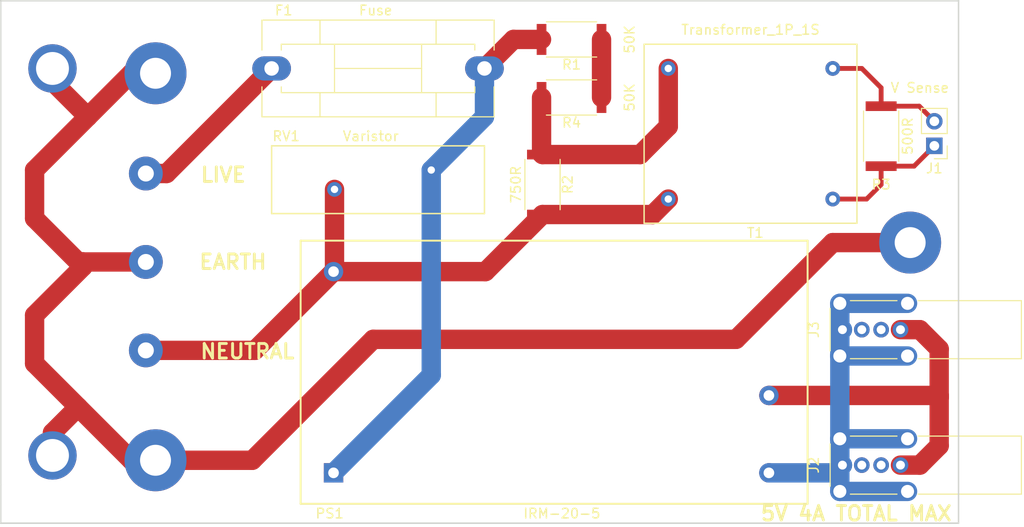
<source format=kicad_pcb>
(kicad_pcb (version 4) (host pcbnew 4.0.7)

  (general
    (links 30)
    (no_connects 0)
    (area 53.924999 49.924999 153.075001 104.075001)
    (thickness 1.6)
    (drawings 9)
    (tracks 77)
    (zones 0)
    (modules 15)
    (nets 15)
  )

  (page A4)
  (layers
    (0 F.Cu signal)
    (31 B.Cu signal)
    (32 B.Adhes user)
    (33 F.Adhes user)
    (34 B.Paste user)
    (35 F.Paste user)
    (36 B.SilkS user)
    (37 F.SilkS user)
    (38 B.Mask user)
    (39 F.Mask user)
    (40 Dwgs.User user)
    (41 Cmts.User user)
    (42 Eco1.User user)
    (43 Eco2.User user)
    (44 Edge.Cuts user)
    (45 Margin user)
    (46 B.CrtYd user)
    (47 F.CrtYd user)
    (48 B.Fab user)
    (49 F.Fab user)
  )

  (setup
    (last_trace_width 0.5)
    (trace_clearance 0.2)
    (zone_clearance 0.508)
    (zone_45_only no)
    (trace_min 0.2)
    (segment_width 0.2)
    (edge_width 0.15)
    (via_size 0.6)
    (via_drill 0.4)
    (via_min_size 0.4)
    (via_min_drill 0.3)
    (uvia_size 0.3)
    (uvia_drill 0.1)
    (uvias_allowed no)
    (uvia_min_size 0.2)
    (uvia_min_drill 0.1)
    (pcb_text_width 0.3)
    (pcb_text_size 1.5 1.5)
    (mod_edge_width 0.15)
    (mod_text_size 1 1)
    (mod_text_width 0.15)
    (pad_size 5 5)
    (pad_drill 3.4)
    (pad_to_mask_clearance 0.2)
    (aux_axis_origin 0 0)
    (visible_elements 7FFFFFFF)
    (pcbplotparams
      (layerselection 0x010f0_80000001)
      (usegerberextensions false)
      (excludeedgelayer true)
      (linewidth 0.100000)
      (plotframeref false)
      (viasonmask false)
      (mode 1)
      (useauxorigin false)
      (hpglpennumber 1)
      (hpglpenspeed 20)
      (hpglpendiameter 15)
      (hpglpenoverlay 2)
      (psnegative false)
      (psa4output false)
      (plotreference true)
      (plotvalue true)
      (plotinvisibletext false)
      (padsonsilk false)
      (subtractmaskfromsilk false)
      (outputformat 1)
      (mirror false)
      (drillshape 0)
      (scaleselection 1)
      (outputdirectory Gerbers/))
  )

  (net 0 "")
  (net 1 "Net-(F1-Pad2)")
  (net 2 /SAFE_L)
  (net 3 "Net-(J1-Pad1)")
  (net 4 "Net-(J1-Pad2)")
  (net 5 +5V)
  (net 6 "Net-(J2-Pad2)")
  (net 7 "Net-(J2-Pad3)")
  (net 8 GND)
  (net 9 "Net-(J3-Pad2)")
  (net 10 "Net-(J3-Pad3)")
  (net 11 "Net-(P1-Pad3)")
  (net 12 /SAFE_N)
  (net 13 "Net-(R1-Pad1)")
  (net 14 "Net-(R2-Pad1)")

  (net_class Default "This is the default net class."
    (clearance 0.2)
    (trace_width 0.5)
    (via_dia 0.6)
    (via_drill 0.4)
    (uvia_dia 0.3)
    (uvia_drill 0.1)
    (add_net "Net-(J1-Pad1)")
    (add_net "Net-(J1-Pad2)")
  )

  (net_class MAINS ""
    (clearance 1)
    (trace_width 2)
    (via_dia 0.6)
    (via_drill 0.4)
    (uvia_dia 0.3)
    (uvia_drill 0.1)
    (add_net /SAFE_L)
    (add_net /SAFE_N)
    (add_net "Net-(F1-Pad2)")
    (add_net "Net-(P1-Pad3)")
    (add_net "Net-(R1-Pad1)")
    (add_net "Net-(R2-Pad1)")
  )

  (net_class POWER ""
    (clearance 0.1)
    (trace_width 2)
    (via_dia 0.6)
    (via_drill 0.4)
    (uvia_dia 0.3)
    (uvia_drill 0.1)
    (add_net +5V)
    (add_net GND)
  )

  (net_class ZeroClear ""
    (clearance 0)
    (trace_width 0.5)
    (via_dia 0.6)
    (via_drill 0.4)
    (uvia_dia 0.3)
    (uvia_drill 0.1)
    (add_net "Net-(J2-Pad2)")
    (add_net "Net-(J2-Pad3)")
    (add_net "Net-(J3-Pad2)")
    (add_net "Net-(J3-Pad3)")
  )

  (module Voltage_Transformer:PA3000NL (layer F.Cu) (tedit 5B844011) (tstamp 5B843BDA)
    (at 123 57)
    (path /5B842A7D)
    (fp_text reference T1 (at 9 17) (layer F.SilkS)
      (effects (font (size 1 1) (thickness 0.15)))
    )
    (fp_text value Transformer_1P_1S (at 8.5 -4) (layer F.SilkS)
      (effects (font (size 1 1) (thickness 0.15)))
    )
    (fp_line (start -2.5 -2.5) (end 19.5 -2.5) (layer F.SilkS) (width 0.15))
    (fp_line (start 19.5 -2.5) (end 19.5 16) (layer F.SilkS) (width 0.15))
    (fp_line (start 19.5 16) (end -2.5 16) (layer F.SilkS) (width 0.15))
    (fp_line (start -2.5 16) (end -2.5 -2.5) (layer F.SilkS) (width 0.15))
    (pad 1 thru_hole circle (at 0 0) (size 1.524 1.524) (drill 0.762) (layers *.Cu *.Mask)
      (net 14 "Net-(R2-Pad1)"))
    (pad 2 thru_hole circle (at 0 13.5) (size 1.524 1.524) (drill 0.762) (layers *.Cu *.Mask)
      (net 12 /SAFE_N))
    (pad 3 thru_hole circle (at 17 0) (size 1.524 1.524) (drill 0.762) (layers *.Cu *.Mask)
      (net 4 "Net-(J1-Pad2)"))
    (pad 4 thru_hole circle (at 17 13.5) (size 1.524 1.524) (drill 0.762) (layers *.Cu *.Mask)
      (net 3 "Net-(J1-Pad1)"))
  )

  (module Mounting_Holes:MountingHole_3.2mm_M3_Pad (layer F.Cu) (tedit 5B8441CB) (tstamp 5B8441AE)
    (at 70 97.5)
    (descr "Mounting Hole 3.2mm, M3")
    (tags "mounting hole 3.2mm m3")
    (attr virtual)
    (fp_text reference REF** (at 0 -4.2) (layer F.SilkS) hide
      (effects (font (size 1 1) (thickness 0.15)))
    )
    (fp_text value MH1 (at 0 4.2) (layer F.Fab)
      (effects (font (size 1 1) (thickness 0.15)))
    )
    (fp_text user %R (at 0.3 0) (layer F.Fab)
      (effects (font (size 1 1) (thickness 0.15)))
    )
    (fp_circle (center 0 0) (end 3.2 0) (layer Cmts.User) (width 0.15))
    (fp_circle (center 0 0) (end 3.45 0) (layer F.CrtYd) (width 0.05))
    (pad 1 thru_hole circle (at 0 0) (size 6.4 6.4) (drill 3.2) (layers *.Cu *.Mask)
      (net 11 "Net-(P1-Pad3)"))
  )

  (module Mounting_Holes:MountingHole_3.2mm_M3_Pad (layer F.Cu) (tedit 5B8441D1) (tstamp 5B8441A7)
    (at 70 57.5)
    (descr "Mounting Hole 3.2mm, M3")
    (tags "mounting hole 3.2mm m3")
    (attr virtual)
    (fp_text reference REF** (at 0 -4.2) (layer F.SilkS) hide
      (effects (font (size 1 1) (thickness 0.15)))
    )
    (fp_text value MH1 (at 0 4.2) (layer F.Fab)
      (effects (font (size 1 1) (thickness 0.15)))
    )
    (fp_text user %R (at 0.3 0) (layer F.Fab)
      (effects (font (size 1 1) (thickness 0.15)))
    )
    (fp_circle (center 0 0) (end 3.2 0) (layer Cmts.User) (width 0.15))
    (fp_circle (center 0 0) (end 3.45 0) (layer F.CrtYd) (width 0.05))
    (pad 1 thru_hole circle (at 0 0) (size 6.4 6.4) (drill 3.2) (layers *.Cu *.Mask)
      (net 11 "Net-(P1-Pad3)"))
  )

  (module IRM-20-5:IRM-20-5 (layer F.Cu) (tedit 5B8440B3) (tstamp 5B842374)
    (at 85 102)
    (path /5B84209E)
    (fp_text reference PS1 (at 3 1) (layer F.SilkS)
      (effects (font (size 1 1) (thickness 0.15)))
    )
    (fp_text value IRM-20-5 (at 27 1) (layer F.SilkS)
      (effects (font (size 1 1) (thickness 0.15)))
    )
    (fp_line (start 52.4 -27.2) (end 52.4 0) (layer F.SilkS) (width 0.2))
    (fp_line (start 52.4 0) (end 0 0) (layer F.SilkS) (width 0.2))
    (fp_line (start 0 0) (end 0 -27.2) (layer F.SilkS) (width 0.2))
    (fp_line (start 0 -27.2) (end 52.4 -27.2) (layer F.SilkS) (width 0.2))
    (pad 4 thru_hole circle (at 48.4 -11.2 270) (size 2 2) (drill 1.1) (layers *.Cu *.Mask)
      (net 5 +5V))
    (pad 3 thru_hole circle (at 48.4 -3.2 270) (size 2 2) (drill 1.1) (layers *.Cu *.Mask)
      (net 8 GND))
    (pad 2 thru_hole circle (at 3.4 -24 270) (size 2 2) (drill 1.1) (layers *.Cu *.Mask)
      (net 12 /SAFE_N))
    (pad 1 thru_hole rect (at 3.4 -3.2 270) (size 2 2) (drill 1.1) (layers *.Cu *.Mask)
      (net 2 /SAFE_L))
  )

  (module Fuse_Holders_and_Fuses:Fuseholder5x20_horiz_SemiClosed_Casing10x25mm (layer F.Cu) (tedit 5B84400D) (tstamp 5B843536)
    (at 104 57 180)
    (descr "Fuseholder, 5x20, Semi closed, horizontal, Casing 10x25mm,")
    (tags "Fuseholder 5x20 Semi closed horizontal Casing 10x25mm Sicherungshalter halbgeschlossen ")
    (path /5B842597)
    (fp_text reference F1 (at 20.75 6 180) (layer F.SilkS)
      (effects (font (size 1 1) (thickness 0.15)))
    )
    (fp_text value Fuse (at 11.25 6 180) (layer F.SilkS)
      (effects (font (size 1 1) (thickness 0.15)))
    )
    (fp_line (start 5 2.5) (end 5 4.9) (layer F.Fab) (width 0.1))
    (fp_line (start 17 -2.5) (end 17 -4.9) (layer F.Fab) (width 0.1))
    (fp_line (start 17 2.5) (end 17 4.95) (layer F.Fab) (width 0.1))
    (fp_line (start 15.5 -2.5) (end 15.5 2.5) (layer F.Fab) (width 0.1))
    (fp_line (start 6.5 0) (end 15.5 0) (layer F.Fab) (width 0.1))
    (fp_line (start 6.5 -2.5) (end 6.5 2.5) (layer F.Fab) (width 0.1))
    (fp_line (start 5 -4.9) (end 5 -2.5) (layer F.Fab) (width 0.1))
    (fp_line (start 1 -2.5) (end 1 2.5) (layer F.Fab) (width 0.1))
    (fp_line (start 1 2.5) (end 21 2.5) (layer F.Fab) (width 0.1))
    (fp_line (start 21 2.5) (end 21 -2.5) (layer F.Fab) (width 0.1))
    (fp_line (start 21 -2.5) (end 1 -2.5) (layer F.Fab) (width 0.1))
    (fp_line (start -0.9 -4.9) (end -0.9 4.9) (layer F.Fab) (width 0.1))
    (fp_line (start -0.9 4.9) (end 22.9 4.9) (layer F.Fab) (width 0.1))
    (fp_line (start 22.9 4.9) (end 22.9 -4.9) (layer F.Fab) (width 0.1))
    (fp_line (start 22.9 -4.9) (end -0.9 -4.9) (layer F.Fab) (width 0.1))
    (fp_line (start 5 -2.5) (end 5 -5) (layer F.SilkS) (width 0.12))
    (fp_line (start 5 5) (end 5 2.5) (layer F.SilkS) (width 0.12))
    (fp_line (start 17 5) (end 17 2.5) (layer F.SilkS) (width 0.12))
    (fp_line (start 17 -5) (end 17 -2.5) (layer F.SilkS) (width 0.12))
    (fp_line (start 6.5 0) (end 15.5 0) (layer F.SilkS) (width 0.12))
    (fp_line (start 6.5 -2.5) (end 6.5 2.5) (layer F.SilkS) (width 0.12))
    (fp_line (start 15.5 -2.5) (end 15.5 2.5) (layer F.SilkS) (width 0.12))
    (fp_line (start 21 -1.9) (end 21 -2.5) (layer F.SilkS) (width 0.12))
    (fp_line (start 1 1.9) (end 1 2.5) (layer F.SilkS) (width 0.12))
    (fp_line (start 1 2.5) (end 21 2.5) (layer F.SilkS) (width 0.12))
    (fp_line (start 21 2.5) (end 21 1.9) (layer F.SilkS) (width 0.12))
    (fp_line (start 21 -2.5) (end 1 -2.5) (layer F.SilkS) (width 0.12))
    (fp_line (start 1 -2.5) (end 1 -1.9) (layer F.SilkS) (width 0.12))
    (fp_line (start 23 -1.9) (end 23 -5) (layer F.SilkS) (width 0.12))
    (fp_line (start -1 1.9) (end -1 5) (layer F.SilkS) (width 0.12))
    (fp_line (start -1 5) (end 23 5) (layer F.SilkS) (width 0.12))
    (fp_line (start 23 5) (end 23 1.9) (layer F.SilkS) (width 0.12))
    (fp_line (start 23 -5) (end -1 -5) (layer F.SilkS) (width 0.12))
    (fp_line (start -1 -5) (end -1 -1.9) (layer F.SilkS) (width 0.12))
    (fp_line (start -1.5 -5.15) (end 23.5 -5.15) (layer F.CrtYd) (width 0.05))
    (fp_line (start -1.5 -5.15) (end -1.5 5.2) (layer F.CrtYd) (width 0.05))
    (fp_line (start 23.5 5.2) (end 23.5 -5.15) (layer F.CrtYd) (width 0.05))
    (fp_line (start 23.5 5.2) (end -1.5 5.2) (layer F.CrtYd) (width 0.05))
    (pad 2 thru_hole oval (at 22 0 90) (size 2.5 4) (drill 1.5) (layers *.Cu *.Mask)
      (net 1 "Net-(F1-Pad2)"))
    (pad 1 thru_hole oval (at 0 0 90) (size 2.5 4) (drill 1.5) (layers *.Cu *.Mask)
      (net 2 /SAFE_L))
  )

  (module Pin_Headers:Pin_Header_Straight_1x02_Pitch2.54mm (layer F.Cu) (tedit 5B845039) (tstamp 5B84353C)
    (at 150.5 65 180)
    (descr "Through hole straight pin header, 1x02, 2.54mm pitch, single row")
    (tags "Through hole pin header THT 1x02 2.54mm single row")
    (path /5B8432B0)
    (fp_text reference J1 (at 0 -2.33 180) (layer F.SilkS)
      (effects (font (size 1 1) (thickness 0.15)))
    )
    (fp_text value "V Sense" (at 1.5 6 180) (layer F.SilkS)
      (effects (font (size 1 1) (thickness 0.15)))
    )
    (fp_line (start -0.635 -1.27) (end 1.27 -1.27) (layer F.Fab) (width 0.1))
    (fp_line (start 1.27 -1.27) (end 1.27 3.81) (layer F.Fab) (width 0.1))
    (fp_line (start 1.27 3.81) (end -1.27 3.81) (layer F.Fab) (width 0.1))
    (fp_line (start -1.27 3.81) (end -1.27 -0.635) (layer F.Fab) (width 0.1))
    (fp_line (start -1.27 -0.635) (end -0.635 -1.27) (layer F.Fab) (width 0.1))
    (fp_line (start -1.33 3.87) (end 1.33 3.87) (layer F.SilkS) (width 0.12))
    (fp_line (start -1.33 1.27) (end -1.33 3.87) (layer F.SilkS) (width 0.12))
    (fp_line (start 1.33 1.27) (end 1.33 3.87) (layer F.SilkS) (width 0.12))
    (fp_line (start -1.33 1.27) (end 1.33 1.27) (layer F.SilkS) (width 0.12))
    (fp_line (start -1.33 0) (end -1.33 -1.33) (layer F.SilkS) (width 0.12))
    (fp_line (start -1.33 -1.33) (end 0 -1.33) (layer F.SilkS) (width 0.12))
    (fp_line (start -1.8 -1.8) (end -1.8 4.35) (layer F.CrtYd) (width 0.05))
    (fp_line (start -1.8 4.35) (end 1.8 4.35) (layer F.CrtYd) (width 0.05))
    (fp_line (start 1.8 4.35) (end 1.8 -1.8) (layer F.CrtYd) (width 0.05))
    (fp_line (start 1.8 -1.8) (end -1.8 -1.8) (layer F.CrtYd) (width 0.05))
    (fp_text user %R (at 0 1.27 270) (layer F.Fab)
      (effects (font (size 1 1) (thickness 0.15)))
    )
    (pad 1 thru_hole rect (at 0 0 180) (size 1.7 1.7) (drill 1) (layers *.Cu *.Mask)
      (net 3 "Net-(J1-Pad1)"))
    (pad 2 thru_hole oval (at 0 2.54 180) (size 1.7 1.7) (drill 1) (layers *.Cu *.Mask)
      (net 4 "Net-(J1-Pad2)"))
    (model ${KISYS3DMOD}/Pin_Headers.3dshapes/Pin_Header_Straight_1x02_Pitch2.54mm.wrl
      (at (xyz 0 0 0))
      (scale (xyz 1 1 1))
      (rotate (xyz 0 0 0))
    )
  )

  (module Connectors:USB_A_Vertical (layer F.Cu) (tedit 554409CC) (tstamp 5B843548)
    (at 147 98 270)
    (descr "USB A vertical female connector, right angle")
    (tags "USB_A_Vertical female connector angled 73725-0110BLF")
    (path /5B8431DF)
    (fp_text reference J2 (at 0 8.95 270) (layer F.SilkS)
      (effects (font (size 1 1) (thickness 0.15)))
    )
    (fp_text value USB_A (at -0.05 -5.8 270) (layer F.Fab)
      (effects (font (size 1 1) (thickness 0.15)))
    )
    (fp_line (start 3.9 -12.75) (end 3.9 7.55) (layer F.CrtYd) (width 0.05))
    (fp_line (start 3.9 7.55) (end -3.9 7.55) (layer F.CrtYd) (width 0.05))
    (fp_line (start -3.9 7.55) (end -3.9 -12.75) (layer F.CrtYd) (width 0.05))
    (fp_line (start -3.9 -12.75) (end 3.9 -12.75) (layer F.CrtYd) (width 0.05))
    (fp_line (start 3 -1.82) (end 3 -12.5) (layer F.SilkS) (width 0.12))
    (fp_line (start -3 -1.82) (end -3 -12.5) (layer F.SilkS) (width 0.12))
    (fp_line (start -3 -12.5) (end 3 -12.5) (layer F.SilkS) (width 0.12))
    (fp_line (start -3 0.36) (end -3 5.18) (layer F.SilkS) (width 0.12))
    (fp_line (start 2.2 7.27) (end -2.2 7.27) (layer F.SilkS) (width 0.12))
    (fp_line (start 3 0.36) (end 3 5.18) (layer F.SilkS) (width 0.12))
    (pad 1 thru_hole circle (at 0 0 270) (size 1.62 1.62) (drill 0.92) (layers *.Cu *.Mask)
      (net 5 +5V))
    (pad 2 thru_hole circle (at 0 2 270) (size 1.62 1.62) (drill 0.92) (layers *.Cu *.Mask)
      (net 6 "Net-(J2-Pad2)"))
    (pad 3 thru_hole circle (at 0 4 270) (size 1.62 1.62) (drill 0.92) (layers *.Cu *.Mask)
      (net 7 "Net-(J2-Pad3)"))
    (pad 5 thru_hole circle (at 2.72 -0.73 270) (size 1.85 1.85) (drill 1.35) (layers *.Cu *.Mask)
      (net 8 GND))
    (pad 4 thru_hole circle (at 0 6 270) (size 1.62 1.62) (drill 0.92) (layers *.Cu *.Mask)
      (net 8 GND))
    (pad 5 thru_hole circle (at 2.72 6.27 270) (size 1.85 1.85) (drill 1.35) (layers *.Cu *.Mask)
      (net 8 GND))
    (pad 5 thru_hole circle (at -2.72 -0.73 270) (size 1.85 1.85) (drill 1.35) (layers *.Cu *.Mask)
      (net 8 GND))
    (pad 5 thru_hole circle (at -2.72 6.27 270) (size 1.85 1.85) (drill 1.35) (layers *.Cu *.Mask)
      (net 8 GND))
    (model ${KISYS3DMOD}/Connectors.3dshapes/USB_A_Vertical.wrl
      (at (xyz 0.01 -0.02 0.05))
      (scale (xyz 0.41 0.41 0.41))
      (rotate (xyz 0 -90 180))
    )
  )

  (module Connectors:USB_A_Vertical (layer F.Cu) (tedit 554409CC) (tstamp 5B843554)
    (at 147 84 270)
    (descr "USB A vertical female connector, right angle")
    (tags "USB_A_Vertical female connector angled 73725-0110BLF")
    (path /5B84325C)
    (fp_text reference J3 (at 0 8.95 270) (layer F.SilkS)
      (effects (font (size 1 1) (thickness 0.15)))
    )
    (fp_text value USB_A (at -0.05 -5.8 270) (layer F.Fab)
      (effects (font (size 1 1) (thickness 0.15)))
    )
    (fp_line (start 3.9 -12.75) (end 3.9 7.55) (layer F.CrtYd) (width 0.05))
    (fp_line (start 3.9 7.55) (end -3.9 7.55) (layer F.CrtYd) (width 0.05))
    (fp_line (start -3.9 7.55) (end -3.9 -12.75) (layer F.CrtYd) (width 0.05))
    (fp_line (start -3.9 -12.75) (end 3.9 -12.75) (layer F.CrtYd) (width 0.05))
    (fp_line (start 3 -1.82) (end 3 -12.5) (layer F.SilkS) (width 0.12))
    (fp_line (start -3 -1.82) (end -3 -12.5) (layer F.SilkS) (width 0.12))
    (fp_line (start -3 -12.5) (end 3 -12.5) (layer F.SilkS) (width 0.12))
    (fp_line (start -3 0.36) (end -3 5.18) (layer F.SilkS) (width 0.12))
    (fp_line (start 2.2 7.27) (end -2.2 7.27) (layer F.SilkS) (width 0.12))
    (fp_line (start 3 0.36) (end 3 5.18) (layer F.SilkS) (width 0.12))
    (pad 1 thru_hole circle (at 0 0 270) (size 1.62 1.62) (drill 0.92) (layers *.Cu *.Mask)
      (net 5 +5V))
    (pad 2 thru_hole circle (at 0 2 270) (size 1.62 1.62) (drill 0.92) (layers *.Cu *.Mask)
      (net 9 "Net-(J3-Pad2)"))
    (pad 3 thru_hole circle (at 0 4 270) (size 1.62 1.62) (drill 0.92) (layers *.Cu *.Mask)
      (net 10 "Net-(J3-Pad3)"))
    (pad 5 thru_hole circle (at 2.72 -0.73 270) (size 1.85 1.85) (drill 1.35) (layers *.Cu *.Mask)
      (net 8 GND))
    (pad 4 thru_hole circle (at 0 6 270) (size 1.62 1.62) (drill 0.92) (layers *.Cu *.Mask)
      (net 8 GND))
    (pad 5 thru_hole circle (at 2.72 6.27 270) (size 1.85 1.85) (drill 1.35) (layers *.Cu *.Mask)
      (net 8 GND))
    (pad 5 thru_hole circle (at -2.72 -0.73 270) (size 1.85 1.85) (drill 1.35) (layers *.Cu *.Mask)
      (net 8 GND))
    (pad 5 thru_hole circle (at -2.72 6.27 270) (size 1.85 1.85) (drill 1.35) (layers *.Cu *.Mask)
      (net 8 GND))
    (model ${KISYS3DMOD}/Connectors.3dshapes/USB_A_Vertical.wrl
      (at (xyz 0.01 -0.02 0.05))
      (scale (xyz 0.41 0.41 0.41))
      (rotate (xyz 0 -90 180))
    )
  )

  (module IEC_CONN:PX0580 (layer F.Cu) (tedit 5B84507C) (tstamp 5B84355D)
    (at 69 77 90)
    (path /5B8438FC)
    (fp_text reference P1 (at -5 5 90) (layer F.SilkS) hide
      (effects (font (size 1 1) (thickness 0.15)))
    )
    (fp_text value Conn_WallPlug_Earth (at 0 -9.75 270) (layer F.Fab)
      (effects (font (size 1 1) (thickness 0.15)))
    )
    (pad 3 thru_hole circle (at 0 0 90) (size 3.5 3.5) (drill 1.65) (layers *.Cu *.Mask)
      (net 11 "Net-(P1-Pad3)"))
    (pad 2 thru_hole circle (at -9.14 0 90) (size 3.5 3.5) (drill 1.65) (layers *.Cu *.Mask)
      (net 12 /SAFE_N))
    (pad 1 thru_hole circle (at 9.14 0 90) (size 3.5 3.5) (drill 1.65) (layers *.Cu *.Mask)
      (net 1 "Net-(F1-Pad2)"))
    (pad "" thru_hole circle (at -20 -9.65 90) (size 5 5) (drill 3.4) (layers *.Cu *.Mask))
    (pad "" thru_hole circle (at 20 -9.65 90) (size 5 5) (drill 3.4) (layers *.Cu *.Mask))
  )

  (module ERZ:ERZ-V20D511 (layer F.Cu) (tedit 5B844017) (tstamp 5B843575)
    (at 104 65 180)
    (path /5B8428EC)
    (fp_text reference RV1 (at 20.5 1 180) (layer F.SilkS)
      (effects (font (size 1 1) (thickness 0.15)))
    )
    (fp_text value Varistor (at 11.75 1 180) (layer F.SilkS)
      (effects (font (size 1 1) (thickness 0.15)))
    )
    (fp_line (start 0 0) (end 22 0) (layer F.SilkS) (width 0.15))
    (fp_line (start 22 0) (end 22 -7) (layer F.SilkS) (width 0.15))
    (fp_line (start 22 -7) (end 0 -7) (layer F.SilkS) (width 0.15))
    (fp_line (start 0 -7) (end 0 0) (layer F.SilkS) (width 0.15))
    (pad 1 thru_hole circle (at 5.5 -2.5 180) (size 1.524 1.524) (drill 0.762) (layers *.Cu *.Mask)
      (net 2 /SAFE_L))
    (pad 2 thru_hole circle (at 15.5 -4.5 180) (size 1.524 1.524) (drill 0.762) (layers *.Cu *.Mask)
      (net 12 /SAFE_N))
  )

  (module Mounting_Holes:MountingHole_3.2mm_M3_Pad (layer F.Cu) (tedit 5B84420E) (tstamp 5B844284)
    (at 148 75)
    (descr "Mounting Hole 3.2mm, M3")
    (tags "mounting hole 3.2mm m3")
    (attr virtual)
    (fp_text reference REF** (at 0 -4.2) (layer F.SilkS) hide
      (effects (font (size 1 1) (thickness 0.15)))
    )
    (fp_text value MH1 (at 0 4.2) (layer F.Fab)
      (effects (font (size 1 1) (thickness 0.15)))
    )
    (fp_text user %R (at 0.3 0) (layer F.Fab)
      (effects (font (size 1 1) (thickness 0.15)))
    )
    (fp_circle (center 0 0) (end 3.2 0) (layer Cmts.User) (width 0.15))
    (fp_circle (center 0 0) (end 3.45 0) (layer F.CrtYd) (width 0.05))
    (pad 1 thru_hole circle (at 0 0) (size 6.4 6.4) (drill 3.2) (layers *.Cu *.Mask)
      (net 11 "Net-(P1-Pad3)"))
  )

  (module Resistors_SMD:R_2512 (layer F.Cu) (tedit 5B844F7F) (tstamp 5B844EFC)
    (at 113 60 180)
    (descr "Resistor SMD 2512, reflow soldering, Vishay (see dcrcw.pdf)")
    (tags "resistor 2512")
    (path /5B844EC2)
    (attr smd)
    (fp_text reference R4 (at 0 -2.6 180) (layer F.SilkS)
      (effects (font (size 1 1) (thickness 0.15)))
    )
    (fp_text value 50K (at -6 0 450) (layer F.SilkS)
      (effects (font (size 1 1) (thickness 0.15)))
    )
    (fp_text user %R (at 0 0 180) (layer F.Fab)
      (effects (font (size 1 1) (thickness 0.15)))
    )
    (fp_line (start -3.15 1.6) (end -3.15 -1.6) (layer F.Fab) (width 0.1))
    (fp_line (start 3.15 1.6) (end -3.15 1.6) (layer F.Fab) (width 0.1))
    (fp_line (start 3.15 -1.6) (end 3.15 1.6) (layer F.Fab) (width 0.1))
    (fp_line (start -3.15 -1.6) (end 3.15 -1.6) (layer F.Fab) (width 0.1))
    (fp_line (start 2.6 1.82) (end -2.6 1.82) (layer F.SilkS) (width 0.12))
    (fp_line (start -2.6 -1.82) (end 2.6 -1.82) (layer F.SilkS) (width 0.12))
    (fp_line (start -3.85 -1.85) (end 3.85 -1.85) (layer F.CrtYd) (width 0.05))
    (fp_line (start -3.85 -1.85) (end -3.85 1.85) (layer F.CrtYd) (width 0.05))
    (fp_line (start 3.85 1.85) (end 3.85 -1.85) (layer F.CrtYd) (width 0.05))
    (fp_line (start 3.85 1.85) (end -3.85 1.85) (layer F.CrtYd) (width 0.05))
    (pad 1 smd rect (at -3.1 0 180) (size 1 3.2) (layers F.Cu F.Paste F.Mask)
      (net 13 "Net-(R1-Pad1)"))
    (pad 2 smd rect (at 3.1 0 180) (size 1 3.2) (layers F.Cu F.Paste F.Mask)
      (net 14 "Net-(R2-Pad1)"))
    (model ${KISYS3DMOD}/Resistors_SMD.3dshapes/R_2512.wrl
      (at (xyz 0 0 0))
      (scale (xyz 1 1 1))
      (rotate (xyz 0 0 0))
    )
  )

  (module Resistors_SMD:R_2512 (layer F.Cu) (tedit 5B844F81) (tstamp 5B844F29)
    (at 113 54 180)
    (descr "Resistor SMD 2512, reflow soldering, Vishay (see dcrcw.pdf)")
    (tags "resistor 2512")
    (path /5B844F77)
    (attr smd)
    (fp_text reference R1 (at 0 -2.6 180) (layer F.SilkS)
      (effects (font (size 1 1) (thickness 0.15)))
    )
    (fp_text value 50K (at -6 0 270) (layer F.SilkS)
      (effects (font (size 1 1) (thickness 0.15)))
    )
    (fp_text user %R (at 0 0 180) (layer F.Fab)
      (effects (font (size 1 1) (thickness 0.15)))
    )
    (fp_line (start -3.15 1.6) (end -3.15 -1.6) (layer F.Fab) (width 0.1))
    (fp_line (start 3.15 1.6) (end -3.15 1.6) (layer F.Fab) (width 0.1))
    (fp_line (start 3.15 -1.6) (end 3.15 1.6) (layer F.Fab) (width 0.1))
    (fp_line (start -3.15 -1.6) (end 3.15 -1.6) (layer F.Fab) (width 0.1))
    (fp_line (start 2.6 1.82) (end -2.6 1.82) (layer F.SilkS) (width 0.12))
    (fp_line (start -2.6 -1.82) (end 2.6 -1.82) (layer F.SilkS) (width 0.12))
    (fp_line (start -3.85 -1.85) (end 3.85 -1.85) (layer F.CrtYd) (width 0.05))
    (fp_line (start -3.85 -1.85) (end -3.85 1.85) (layer F.CrtYd) (width 0.05))
    (fp_line (start 3.85 1.85) (end 3.85 -1.85) (layer F.CrtYd) (width 0.05))
    (fp_line (start 3.85 1.85) (end -3.85 1.85) (layer F.CrtYd) (width 0.05))
    (pad 1 smd rect (at -3.1 0 180) (size 1 3.2) (layers F.Cu F.Paste F.Mask)
      (net 13 "Net-(R1-Pad1)"))
    (pad 2 smd rect (at 3.1 0 180) (size 1 3.2) (layers F.Cu F.Paste F.Mask)
      (net 2 /SAFE_L))
    (model ${KISYS3DMOD}/Resistors_SMD.3dshapes/R_2512.wrl
      (at (xyz 0 0 0))
      (scale (xyz 1 1 1))
      (rotate (xyz 0 0 0))
    )
  )

  (module Resistors_SMD:R_2512 (layer F.Cu) (tedit 5B84506D) (tstamp 5B845028)
    (at 110 69 270)
    (descr "Resistor SMD 2512, reflow soldering, Vishay (see dcrcw.pdf)")
    (tags "resistor 2512")
    (path /5B842FAC)
    (attr smd)
    (fp_text reference R2 (at 0 -2.6 270) (layer F.SilkS)
      (effects (font (size 1 1) (thickness 0.15)))
    )
    (fp_text value 750R (at 0 2.75 270) (layer F.SilkS)
      (effects (font (size 1 1) (thickness 0.15)))
    )
    (fp_text user %R (at 0 0 270) (layer F.Fab)
      (effects (font (size 1 1) (thickness 0.15)))
    )
    (fp_line (start -3.15 1.6) (end -3.15 -1.6) (layer F.Fab) (width 0.1))
    (fp_line (start 3.15 1.6) (end -3.15 1.6) (layer F.Fab) (width 0.1))
    (fp_line (start 3.15 -1.6) (end 3.15 1.6) (layer F.Fab) (width 0.1))
    (fp_line (start -3.15 -1.6) (end 3.15 -1.6) (layer F.Fab) (width 0.1))
    (fp_line (start 2.6 1.82) (end -2.6 1.82) (layer F.SilkS) (width 0.12))
    (fp_line (start -2.6 -1.82) (end 2.6 -1.82) (layer F.SilkS) (width 0.12))
    (fp_line (start -3.85 -1.85) (end 3.85 -1.85) (layer F.CrtYd) (width 0.05))
    (fp_line (start -3.85 -1.85) (end -3.85 1.85) (layer F.CrtYd) (width 0.05))
    (fp_line (start 3.85 1.85) (end 3.85 -1.85) (layer F.CrtYd) (width 0.05))
    (fp_line (start 3.85 1.85) (end -3.85 1.85) (layer F.CrtYd) (width 0.05))
    (pad 1 smd rect (at -3.1 0 270) (size 1 3.2) (layers F.Cu F.Paste F.Mask)
      (net 14 "Net-(R2-Pad1)"))
    (pad 2 smd rect (at 3.1 0 270) (size 1 3.2) (layers F.Cu F.Paste F.Mask)
      (net 12 /SAFE_N))
    (model ${KISYS3DMOD}/Resistors_SMD.3dshapes/R_2512.wrl
      (at (xyz 0 0 0))
      (scale (xyz 1 1 1))
      (rotate (xyz 0 0 0))
    )
  )

  (module Resistors_SMD:R_2512 (layer F.Cu) (tedit 5B84502A) (tstamp 5B84502D)
    (at 145 64 90)
    (descr "Resistor SMD 2512, reflow soldering, Vishay (see dcrcw.pdf)")
    (tags "resistor 2512")
    (path /5B843004)
    (attr smd)
    (fp_text reference R3 (at -5 0 180) (layer F.SilkS)
      (effects (font (size 1 1) (thickness 0.15)))
    )
    (fp_text value 500R (at 0 2.75 90) (layer F.SilkS)
      (effects (font (size 1 1) (thickness 0.15)))
    )
    (fp_text user %R (at 0 0 90) (layer F.Fab)
      (effects (font (size 1 1) (thickness 0.15)))
    )
    (fp_line (start -3.15 1.6) (end -3.15 -1.6) (layer F.Fab) (width 0.1))
    (fp_line (start 3.15 1.6) (end -3.15 1.6) (layer F.Fab) (width 0.1))
    (fp_line (start 3.15 -1.6) (end 3.15 1.6) (layer F.Fab) (width 0.1))
    (fp_line (start -3.15 -1.6) (end 3.15 -1.6) (layer F.Fab) (width 0.1))
    (fp_line (start 2.6 1.82) (end -2.6 1.82) (layer F.SilkS) (width 0.12))
    (fp_line (start -2.6 -1.82) (end 2.6 -1.82) (layer F.SilkS) (width 0.12))
    (fp_line (start -3.85 -1.85) (end 3.85 -1.85) (layer F.CrtYd) (width 0.05))
    (fp_line (start -3.85 -1.85) (end -3.85 1.85) (layer F.CrtYd) (width 0.05))
    (fp_line (start 3.85 1.85) (end 3.85 -1.85) (layer F.CrtYd) (width 0.05))
    (fp_line (start 3.85 1.85) (end -3.85 1.85) (layer F.CrtYd) (width 0.05))
    (pad 1 smd rect (at -3.1 0 90) (size 1 3.2) (layers F.Cu F.Paste F.Mask)
      (net 3 "Net-(J1-Pad1)"))
    (pad 2 smd rect (at 3.1 0 90) (size 1 3.2) (layers F.Cu F.Paste F.Mask)
      (net 4 "Net-(J1-Pad2)"))
    (model ${KISYS3DMOD}/Resistors_SMD.3dshapes/R_2512.wrl
      (at (xyz 0 0 0))
      (scale (xyz 1 1 1))
      (rotate (xyz 0 0 0))
    )
  )

  (gr_line (start 54 104) (end 153 104) (angle 90) (layer Edge.Cuts) (width 0.15))
  (gr_line (start 54 50) (end 153 50) (angle 90) (layer Edge.Cuts) (width 0.15))
  (gr_text EARTH (at 78 77) (layer F.SilkS)
    (effects (font (size 1.5 1.5) (thickness 0.3)))
  )
  (gr_text NEUTRAL (at 79.5 86.25) (layer F.SilkS)
    (effects (font (size 1.5 1.5) (thickness 0.3)))
  )
  (gr_text LIVE (at 77 68) (layer F.SilkS)
    (effects (font (size 1.5 1.5) (thickness 0.3)))
  )
  (gr_text "5V 4A TOTAL MAX " (at 143 103) (layer F.SilkS)
    (effects (font (size 1.5 1.5) (thickness 0.3)))
  )
  (gr_line (start 153 104) (end 153 50) (angle 90) (layer Edge.Cuts) (width 0.15))
  (gr_line (start 54 100) (end 54 104) (angle 90) (layer Edge.Cuts) (width 0.15))
  (gr_line (start 54 50) (end 54 100) (angle 90) (layer Edge.Cuts) (width 0.15))

  (segment (start 71.14 67.86) (end 82 57) (width 2) (layer F.Cu) (net 1) (tstamp 5B843F06))
  (segment (start 69 67.86) (end 71.14 67.86) (width 2) (layer F.Cu) (net 1))
  (segment (start 104 57) (end 107 54) (width 2) (layer F.Cu) (net 2))
  (segment (start 107 54) (end 109.9 54) (width 2) (layer F.Cu) (net 2) (tstamp 5B844F3A))
  (segment (start 98.5 67.5) (end 98.5 88.7) (width 2) (layer B.Cu) (net 2))
  (segment (start 98.5 88.7) (end 88.4 98.8) (width 2) (layer B.Cu) (net 2) (tstamp 5B843CBD))
  (segment (start 104 57) (end 104 62) (width 2) (layer B.Cu) (net 2))
  (segment (start 104 62) (end 98.5 67.5) (width 2) (layer B.Cu) (net 2) (tstamp 5B843CB9))
  (segment (start 145 67.1) (end 148.4 67.1) (width 0.5) (layer F.Cu) (net 3) (status 400000))
  (segment (start 148.4 67.1) (end 150.5 65) (width 0.5) (layer F.Cu) (net 3) (tstamp 5B845089) (status 800000))
  (segment (start 140 70.5) (end 143.5 70.5) (width 0.5) (layer F.Cu) (net 3) (status 400000))
  (segment (start 145 69) (end 145 67.1) (width 0.5) (layer F.Cu) (net 3) (tstamp 5B845045) (status 800000))
  (segment (start 143.5 70.5) (end 145 69) (width 0.5) (layer F.Cu) (net 3) (tstamp 5B845044))
  (segment (start 145 60.9) (end 148.94 60.9) (width 0.5) (layer F.Cu) (net 4) (status 400000))
  (segment (start 148.94 60.9) (end 150.5 62.46) (width 0.5) (layer F.Cu) (net 4) (tstamp 5B84508D) (status 800000))
  (segment (start 140 57) (end 143 57) (width 0.5) (layer F.Cu) (net 4) (status 400000))
  (segment (start 145 59) (end 145 60.9) (width 0.5) (layer F.Cu) (net 4) (tstamp 5B84504A) (status 800000))
  (segment (start 143 57) (end 145 59) (width 0.5) (layer F.Cu) (net 4) (tstamp 5B845048))
  (segment (start 140 57) (end 140.45 57) (width 0.5) (layer F.Cu) (net 4))
  (segment (start 133.4 90.8) (end 151 90.8) (width 2) (layer F.Cu) (net 5))
  (segment (start 151 90.8) (end 151 91) (width 2) (layer F.Cu) (net 5) (tstamp 5B8446C5))
  (segment (start 147 98) (end 149 98) (width 2) (layer F.Cu) (net 5))
  (segment (start 149 84) (end 147 84) (width 2) (layer F.Cu) (net 5) (tstamp 5B8446C2))
  (segment (start 151 86) (end 149 84) (width 2) (layer F.Cu) (net 5) (tstamp 5B8446C0))
  (segment (start 151 96) (end 151 91) (width 2) (layer F.Cu) (net 5) (tstamp 5B8446BC))
  (segment (start 151 91) (end 151 86) (width 2) (layer F.Cu) (net 5) (tstamp 5B8446C8))
  (segment (start 149 98) (end 151 96) (width 2) (layer F.Cu) (net 5) (tstamp 5B8446BB))
  (segment (start 133.4 98.8) (end 140.2 98.8) (width 2) (layer B.Cu) (net 8))
  (segment (start 140.2 98.8) (end 141 98) (width 2) (layer B.Cu) (net 8) (tstamp 5B84470F))
  (segment (start 140.73 95.28) (end 140.73 86.72) (width 2) (layer B.Cu) (net 8))
  (segment (start 140.73 81.28) (end 147.73 81.28) (width 2) (layer B.Cu) (net 8))
  (segment (start 140.73 86.72) (end 147.73 86.72) (width 2) (layer B.Cu) (net 8))
  (segment (start 140.73 81.28) (end 140.73 83.73) (width 2) (layer B.Cu) (net 8))
  (segment (start 140.73 83.73) (end 141 84) (width 2) (layer B.Cu) (net 8) (tstamp 5B844706))
  (segment (start 140.73 86.72) (end 140.73 84.27) (width 2) (layer B.Cu) (net 8))
  (segment (start 140.73 84.27) (end 141 84) (width 2) (layer B.Cu) (net 8) (tstamp 5B844703))
  (segment (start 140.73 95.28) (end 147.73 95.28) (width 2) (layer B.Cu) (net 8))
  (segment (start 140.73 100.72) (end 147.73 100.72) (width 2) (layer B.Cu) (net 8))
  (segment (start 140.73 95.28) (end 140.73 97.73) (width 2) (layer B.Cu) (net 8))
  (segment (start 140.73 97.73) (end 141 98) (width 2) (layer B.Cu) (net 8) (tstamp 5B8446FC))
  (segment (start 140.73 100.72) (end 140.73 98.27) (width 2) (layer B.Cu) (net 8))
  (segment (start 140.73 98.27) (end 141 98) (width 2) (layer B.Cu) (net 8) (tstamp 5B8446F8))
  (segment (start 59.35 97) (end 59.35 94.65) (width 2) (layer F.Cu) (net 11))
  (segment (start 59.35 94.65) (end 62 92) (width 2) (layer F.Cu) (net 11) (tstamp 5B8442EC))
  (segment (start 59.35 57) (end 59.35 58.35) (width 2) (layer F.Cu) (net 11))
  (segment (start 59.35 58.35) (end 63 62) (width 2) (layer F.Cu) (net 11) (tstamp 5B8442E7))
  (segment (start 70 97.5) (end 80 97.5) (width 2) (layer F.Cu) (net 11))
  (segment (start 140 75) (end 148 75) (width 2) (layer F.Cu) (net 11) (tstamp 5B8442C8))
  (segment (start 130 85) (end 140 75) (width 2) (layer F.Cu) (net 11) (tstamp 5B8442C6))
  (segment (start 92.5 85) (end 130 85) (width 2) (layer F.Cu) (net 11) (tstamp 5B8442C4))
  (segment (start 80 97.5) (end 92.5 85) (width 2) (layer F.Cu) (net 11) (tstamp 5B8442C2))
  (segment (start 62.5 77) (end 62.5 77.5) (width 2) (layer F.Cu) (net 11))
  (segment (start 57.5 87.5) (end 62 92) (width 2) (layer F.Cu) (net 11) (tstamp 5B8442B2))
  (segment (start 62 92) (end 67.5 97.5) (width 2) (layer F.Cu) (net 11) (tstamp 5B8442EF))
  (segment (start 57.5 82.5) (end 57.5 87.5) (width 2) (layer F.Cu) (net 11) (tstamp 5B8442B1))
  (segment (start 62.5 77.5) (end 57.5 82.5) (width 2) (layer F.Cu) (net 11) (tstamp 5B8442B0))
  (segment (start 67.5 97.5) (end 70 97.5) (width 2) (layer F.Cu) (net 11) (tstamp 5B8442B3))
  (segment (start 69 77) (end 62.5 77) (width 2) (layer F.Cu) (net 11))
  (segment (start 62.5 77) (end 62 77) (width 2) (layer F.Cu) (net 11) (tstamp 5B8442AE))
  (segment (start 57.5 67.5) (end 63 62) (width 2) (layer F.Cu) (net 11) (tstamp 5B8442AA))
  (segment (start 63 62) (end 67.5 57.5) (width 2) (layer F.Cu) (net 11) (tstamp 5B8442EA))
  (segment (start 57.5 72.5) (end 57.5 67.5) (width 2) (layer F.Cu) (net 11) (tstamp 5B8442A9))
  (segment (start 62 77) (end 57.5 72.5) (width 2) (layer F.Cu) (net 11) (tstamp 5B8442A8))
  (segment (start 67.5 57.5) (end 70 57.5) (width 2) (layer F.Cu) (net 11) (tstamp 5B8442AB))
  (segment (start 110 72.1) (end 121.4 72.1) (width 2) (layer F.Cu) (net 12) (status 400000))
  (segment (start 121.4 72.1) (end 123 70.5) (width 2) (layer F.Cu) (net 12) (tstamp 5B84503A) (status 800000))
  (segment (start 88.4 78) (end 104.1 78) (width 2) (layer F.Cu) (net 12) (status 400000))
  (segment (start 104.1 78) (end 110 72.1) (width 2) (layer F.Cu) (net 12) (tstamp 5B845037) (status 800000))
  (segment (start 69 86.14) (end 80.26 86.14) (width 2) (layer F.Cu) (net 12))
  (segment (start 80.26 86.14) (end 88.4 78) (width 2) (layer F.Cu) (net 12) (tstamp 5B843F09))
  (segment (start 88.5 77.9) (end 88.5 69.5) (width 2) (layer F.Cu) (net 12) (tstamp 5B843C7A))
  (segment (start 116.1 54) (end 116.1 60) (width 2) (layer F.Cu) (net 13))
  (segment (start 110 65.9) (end 120.1 65.9) (width 2) (layer F.Cu) (net 14) (status 400000))
  (segment (start 123 63) (end 123 57) (width 2) (layer F.Cu) (net 14) (tstamp 5B845041) (status 800000))
  (segment (start 120.1 65.9) (end 123 63) (width 2) (layer F.Cu) (net 14) (tstamp 5B845040))
  (segment (start 109.9 60) (end 109.9 65.8) (width 2) (layer F.Cu) (net 14) (status C00000))
  (segment (start 109.9 65.8) (end 110 65.9) (width 2) (layer F.Cu) (net 14) (tstamp 5B84503D) (status C00000))

)

</source>
